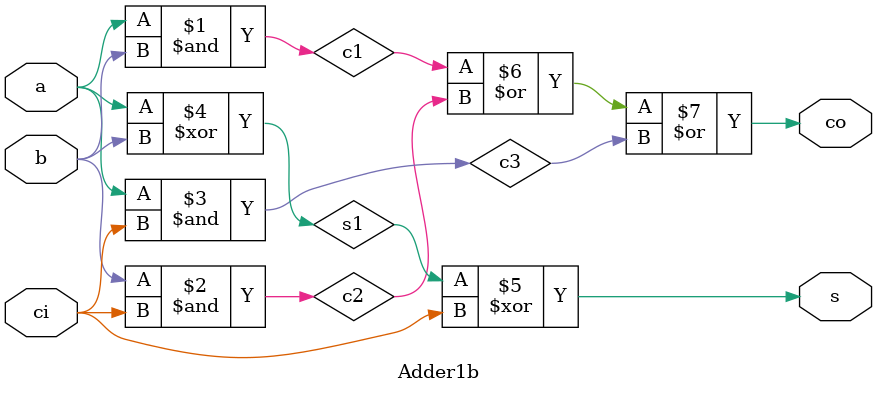
<source format=v>
`timescale 1ns / 1ps
module Adder1b (
    input  wire a,
    b,
    ci,
    output wire s,
    co
);
  and m0 (c1, a, b);
  and m1 (c2, b, ci);
  and m2 (c3, a, ci);
  xor m3 (s1, a, b);
  xor m4 (s, s1, ci);
  or m5 (co, c1, c2, c3);
endmodule

</source>
